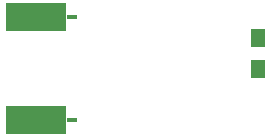
<source format=gbr>
G04 #@! TF.FileFunction,Paste,Bot*
%FSLAX46Y46*%
G04 Gerber Fmt 4.6, Leading zero omitted, Abs format (unit mm)*
G04 Created by KiCad (PCBNEW 0.201508030901+6040~28~ubuntu14.04.1-product) date Wed 05 Aug 2015 11:40:12 PM CDT*
%MOMM*%
G01*
G04 APERTURE LIST*
%ADD10C,0.100000*%
%ADD11R,1.198880X1.501140*%
%ADD12R,0.889000X0.457200*%
%ADD13R,5.080000X2.413000*%
G04 APERTURE END LIST*
D10*
D11*
X127000000Y-90774520D03*
X127000000Y-93375480D03*
D12*
X111188500Y-97726500D03*
D13*
X108204000Y-97726500D03*
X108204000Y-88963500D03*
D12*
X111188500Y-88963500D03*
M02*

</source>
